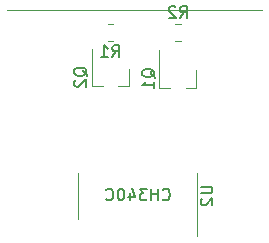
<source format=gbr>
%TF.GenerationSoftware,KiCad,Pcbnew,(5.1.10)-1*%
%TF.CreationDate,2021-07-31T00:05:09+08:00*%
%TF.ProjectId,ESP_Keychain,4553505f-4b65-4796-9368-61696e2e6b69,rev?*%
%TF.SameCoordinates,Original*%
%TF.FileFunction,Legend,Bot*%
%TF.FilePolarity,Positive*%
%FSLAX46Y46*%
G04 Gerber Fmt 4.6, Leading zero omitted, Abs format (unit mm)*
G04 Created by KiCad (PCBNEW (5.1.10)-1) date 2021-07-31 00:05:09*
%MOMM*%
%LPD*%
G01*
G04 APERTURE LIST*
%ADD10C,0.120000*%
%ADD11C,0.150000*%
G04 APERTURE END LIST*
D10*
X99720400Y-61722000D02*
X121310400Y-61722000D01*
%TO.C,U2*%
X105684000Y-77470000D02*
X105684000Y-75520000D01*
X105684000Y-77470000D02*
X105684000Y-79420000D01*
X115804000Y-77470000D02*
X115804000Y-75520000D01*
X115804000Y-77470000D02*
X115804000Y-80920000D01*
%TO.C,R2*%
X114400064Y-62892000D02*
X113945936Y-62892000D01*
X114400064Y-64362000D02*
X113945936Y-64362000D01*
%TO.C,R1*%
X108230936Y-64362000D02*
X108685064Y-64362000D01*
X108230936Y-62892000D02*
X108685064Y-62892000D01*
%TO.C,Q2*%
X110038000Y-68197000D02*
X109108000Y-68197000D01*
X106878000Y-68197000D02*
X107808000Y-68197000D01*
X106878000Y-68197000D02*
X106878000Y-65037000D01*
X110038000Y-68197000D02*
X110038000Y-66737000D01*
%TO.C,Q1*%
X115753000Y-68324000D02*
X114823000Y-68324000D01*
X112593000Y-68324000D02*
X113523000Y-68324000D01*
X112593000Y-68324000D02*
X112593000Y-65164000D01*
X115753000Y-68324000D02*
X115753000Y-66864000D01*
%TO.C,U2*%
D11*
X116096380Y-76708095D02*
X116905904Y-76708095D01*
X117001142Y-76755714D01*
X117048761Y-76803333D01*
X117096380Y-76898571D01*
X117096380Y-77089047D01*
X117048761Y-77184285D01*
X117001142Y-77231904D01*
X116905904Y-77279523D01*
X116096380Y-77279523D01*
X116191619Y-77708095D02*
X116144000Y-77755714D01*
X116096380Y-77850952D01*
X116096380Y-78089047D01*
X116144000Y-78184285D01*
X116191619Y-78231904D01*
X116286857Y-78279523D01*
X116382095Y-78279523D01*
X116524952Y-78231904D01*
X117096380Y-77660476D01*
X117096380Y-78279523D01*
X112894800Y-77769200D02*
X112941466Y-77815866D01*
X113081466Y-77862533D01*
X113174800Y-77862533D01*
X113314800Y-77815866D01*
X113408133Y-77722533D01*
X113454800Y-77629200D01*
X113501466Y-77442533D01*
X113501466Y-77302533D01*
X113454800Y-77115866D01*
X113408133Y-77022533D01*
X113314800Y-76929200D01*
X113174800Y-76882533D01*
X113081466Y-76882533D01*
X112941466Y-76929200D01*
X112894800Y-76975866D01*
X112474800Y-77862533D02*
X112474800Y-76882533D01*
X112474800Y-77349200D02*
X111914800Y-77349200D01*
X111914800Y-77862533D02*
X111914800Y-76882533D01*
X111541466Y-76882533D02*
X110934800Y-76882533D01*
X111261466Y-77255866D01*
X111121466Y-77255866D01*
X111028133Y-77302533D01*
X110981466Y-77349200D01*
X110934800Y-77442533D01*
X110934800Y-77675866D01*
X110981466Y-77769200D01*
X111028133Y-77815866D01*
X111121466Y-77862533D01*
X111401466Y-77862533D01*
X111494800Y-77815866D01*
X111541466Y-77769200D01*
X110094800Y-77209200D02*
X110094800Y-77862533D01*
X110328133Y-76835866D02*
X110561466Y-77535866D01*
X109954800Y-77535866D01*
X109394800Y-76882533D02*
X109301466Y-76882533D01*
X109208133Y-76929200D01*
X109161466Y-76975866D01*
X109114800Y-77069200D01*
X109068133Y-77255866D01*
X109068133Y-77489200D01*
X109114800Y-77675866D01*
X109161466Y-77769200D01*
X109208133Y-77815866D01*
X109301466Y-77862533D01*
X109394800Y-77862533D01*
X109488133Y-77815866D01*
X109534800Y-77769200D01*
X109581466Y-77675866D01*
X109628133Y-77489200D01*
X109628133Y-77255866D01*
X109581466Y-77069200D01*
X109534800Y-76975866D01*
X109488133Y-76929200D01*
X109394800Y-76882533D01*
X108088133Y-77769200D02*
X108134800Y-77815866D01*
X108274800Y-77862533D01*
X108368133Y-77862533D01*
X108508133Y-77815866D01*
X108601466Y-77722533D01*
X108648133Y-77629200D01*
X108694800Y-77442533D01*
X108694800Y-77302533D01*
X108648133Y-77115866D01*
X108601466Y-77022533D01*
X108508133Y-76929200D01*
X108368133Y-76882533D01*
X108274800Y-76882533D01*
X108134800Y-76929200D01*
X108088133Y-76975866D01*
%TO.C,R2*%
X114339666Y-62429380D02*
X114673000Y-61953190D01*
X114911095Y-62429380D02*
X114911095Y-61429380D01*
X114530142Y-61429380D01*
X114434904Y-61477000D01*
X114387285Y-61524619D01*
X114339666Y-61619857D01*
X114339666Y-61762714D01*
X114387285Y-61857952D01*
X114434904Y-61905571D01*
X114530142Y-61953190D01*
X114911095Y-61953190D01*
X113958714Y-61524619D02*
X113911095Y-61477000D01*
X113815857Y-61429380D01*
X113577761Y-61429380D01*
X113482523Y-61477000D01*
X113434904Y-61524619D01*
X113387285Y-61619857D01*
X113387285Y-61715095D01*
X113434904Y-61857952D01*
X114006333Y-62429380D01*
X113387285Y-62429380D01*
%TO.C,R1*%
X108624666Y-65729380D02*
X108958000Y-65253190D01*
X109196095Y-65729380D02*
X109196095Y-64729380D01*
X108815142Y-64729380D01*
X108719904Y-64777000D01*
X108672285Y-64824619D01*
X108624666Y-64919857D01*
X108624666Y-65062714D01*
X108672285Y-65157952D01*
X108719904Y-65205571D01*
X108815142Y-65253190D01*
X109196095Y-65253190D01*
X107672285Y-65729380D02*
X108243714Y-65729380D01*
X107958000Y-65729380D02*
X107958000Y-64729380D01*
X108053238Y-64872238D01*
X108148476Y-64967476D01*
X108243714Y-65015095D01*
%TO.C,Q2*%
X106505619Y-67341761D02*
X106458000Y-67246523D01*
X106362761Y-67151285D01*
X106219904Y-67008428D01*
X106172285Y-66913190D01*
X106172285Y-66817952D01*
X106410380Y-66865571D02*
X106362761Y-66770333D01*
X106267523Y-66675095D01*
X106077047Y-66627476D01*
X105743714Y-66627476D01*
X105553238Y-66675095D01*
X105458000Y-66770333D01*
X105410380Y-66865571D01*
X105410380Y-67056047D01*
X105458000Y-67151285D01*
X105553238Y-67246523D01*
X105743714Y-67294142D01*
X106077047Y-67294142D01*
X106267523Y-67246523D01*
X106362761Y-67151285D01*
X106410380Y-67056047D01*
X106410380Y-66865571D01*
X105505619Y-67675095D02*
X105458000Y-67722714D01*
X105410380Y-67817952D01*
X105410380Y-68056047D01*
X105458000Y-68151285D01*
X105505619Y-68198904D01*
X105600857Y-68246523D01*
X105696095Y-68246523D01*
X105838952Y-68198904D01*
X106410380Y-67627476D01*
X106410380Y-68246523D01*
%TO.C,Q1*%
X112220619Y-67468761D02*
X112173000Y-67373523D01*
X112077761Y-67278285D01*
X111934904Y-67135428D01*
X111887285Y-67040190D01*
X111887285Y-66944952D01*
X112125380Y-66992571D02*
X112077761Y-66897333D01*
X111982523Y-66802095D01*
X111792047Y-66754476D01*
X111458714Y-66754476D01*
X111268238Y-66802095D01*
X111173000Y-66897333D01*
X111125380Y-66992571D01*
X111125380Y-67183047D01*
X111173000Y-67278285D01*
X111268238Y-67373523D01*
X111458714Y-67421142D01*
X111792047Y-67421142D01*
X111982523Y-67373523D01*
X112077761Y-67278285D01*
X112125380Y-67183047D01*
X112125380Y-66992571D01*
X112125380Y-68373523D02*
X112125380Y-67802095D01*
X112125380Y-68087809D02*
X111125380Y-68087809D01*
X111268238Y-67992571D01*
X111363476Y-67897333D01*
X111411095Y-67802095D01*
%TD*%
M02*

</source>
